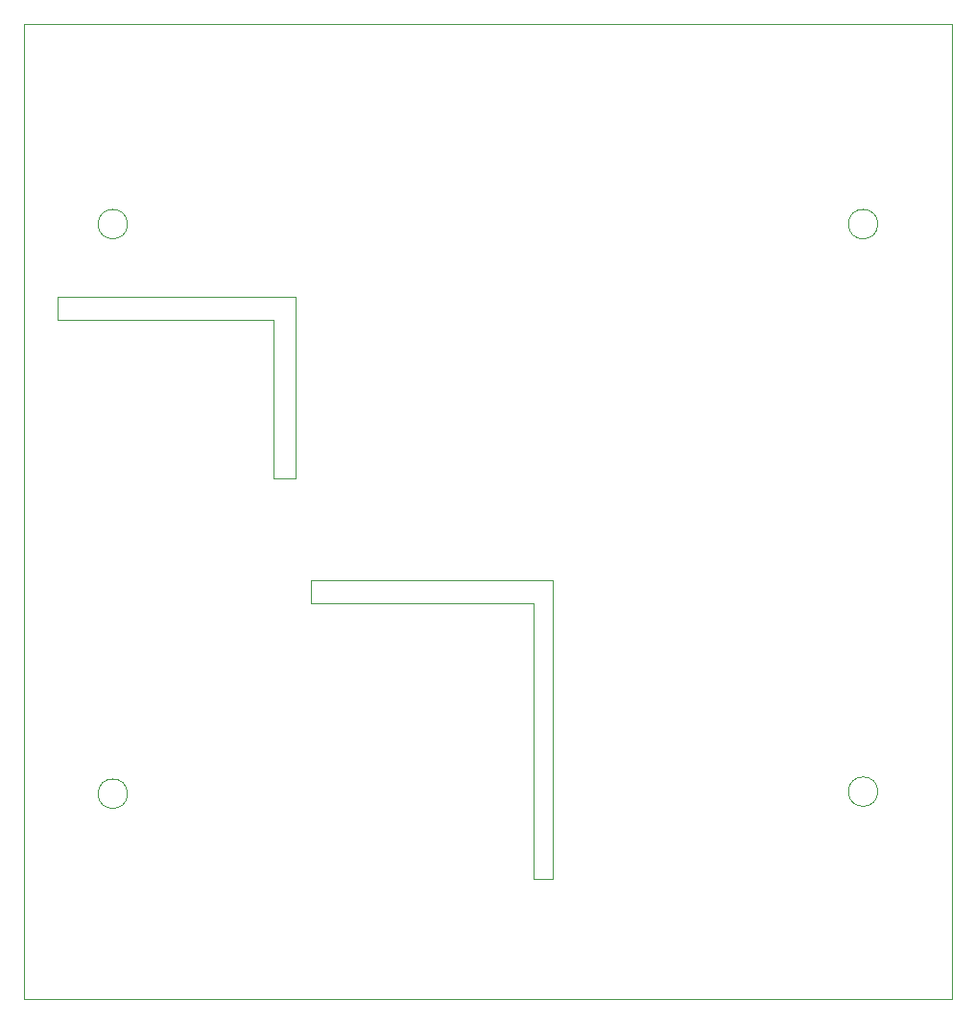
<source format=gm1>
G04 #@! TF.GenerationSoftware,KiCad,Pcbnew,(6.0.9)*
G04 #@! TF.CreationDate,2023-01-13T11:09:30+01:00*
G04 #@! TF.ProjectId,heating-controller,68656174-696e-4672-9d63-6f6e74726f6c,rev?*
G04 #@! TF.SameCoordinates,Original*
G04 #@! TF.FileFunction,Profile,NP*
%FSLAX46Y46*%
G04 Gerber Fmt 4.6, Leading zero omitted, Abs format (unit mm)*
G04 Created by KiCad (PCBNEW (6.0.9)) date 2023-01-13 11:09:30*
%MOMM*%
%LPD*%
G01*
G04 APERTURE LIST*
G04 #@! TA.AperFunction,Profile*
%ADD10C,0.100000*%
G04 #@! TD*
G04 APERTURE END LIST*
D10*
X29300000Y-37700000D02*
G75*
G03*
X29300000Y-37700000I-1300000J0D01*
G01*
X66800000Y-95411000D02*
X65150000Y-95411000D01*
X65150000Y-71128600D01*
X45499200Y-71128600D01*
X45499200Y-69100000D01*
X66800000Y-69100000D01*
X66800000Y-95411000D01*
X20150000Y-20100000D02*
X102000000Y-20100000D01*
X102000000Y-20100000D02*
X102000000Y-106000000D01*
X102000000Y-106000000D02*
X20150000Y-106000000D01*
X20150000Y-106000000D02*
X20150000Y-20100000D01*
X29300000Y-87900000D02*
G75*
G03*
X29300000Y-87900000I-1300000J0D01*
G01*
X95500000Y-37700000D02*
G75*
G03*
X95500000Y-37700000I-1300000J0D01*
G01*
X44150000Y-60100000D02*
X42150000Y-60100000D01*
X42150000Y-46100000D01*
X23150000Y-46100000D01*
X23150000Y-44100000D01*
X44150000Y-44100000D01*
X44150000Y-60100000D01*
X95500000Y-87714800D02*
G75*
G03*
X95500000Y-87714800I-1300000J0D01*
G01*
M02*

</source>
